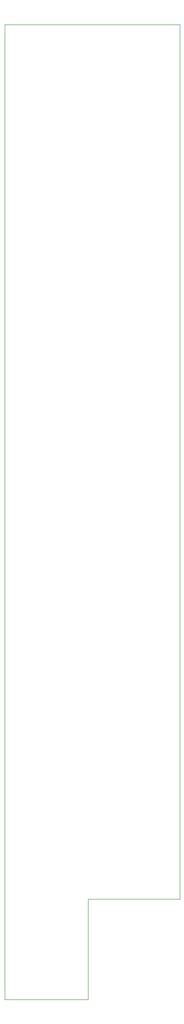
<source format=gm1>
%TF.GenerationSoftware,KiCad,Pcbnew,9.0.0*%
%TF.CreationDate,2025-03-16T11:10:10+01:00*%
%TF.ProjectId,DMH_Tripple_VCA_PCB_2,444d485f-5472-4697-9070-6c655f564341,1*%
%TF.SameCoordinates,Original*%
%TF.FileFunction,Profile,NP*%
%FSLAX46Y46*%
G04 Gerber Fmt 4.6, Leading zero omitted, Abs format (unit mm)*
G04 Created by KiCad (PCBNEW 9.0.0) date 2025-03-16 11:10:10*
%MOMM*%
%LPD*%
G01*
G04 APERTURE LIST*
%TA.AperFunction,Profile*%
%ADD10C,0.050000*%
%TD*%
G04 APERTURE END LIST*
D10*
X67500000Y-42500000D02*
X67500000Y-217500000D01*
X99000000Y-199500000D02*
X82500000Y-199500000D01*
X82500000Y-217500000D02*
X82500000Y-199500000D01*
X67500000Y-217500000D02*
X82500000Y-217500000D01*
X99000000Y-42500000D02*
X99000000Y-199500000D01*
X67500000Y-42500000D02*
X99000000Y-42500000D01*
M02*

</source>
